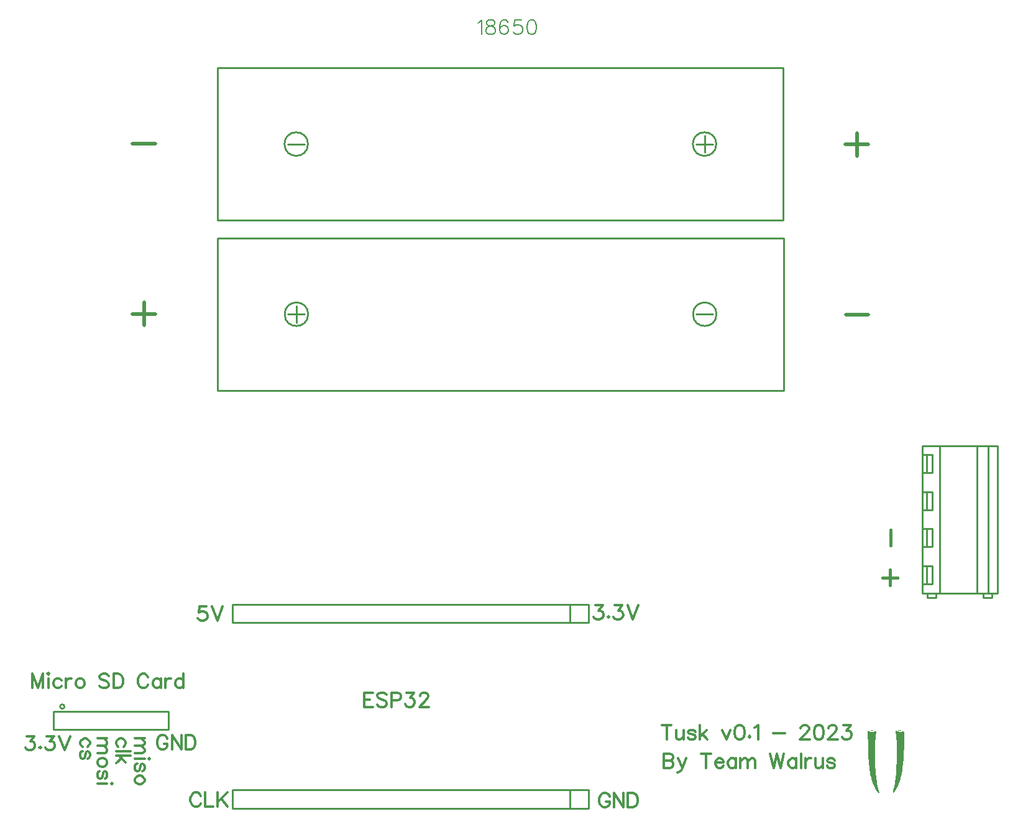
<source format=gto>
G04 Layer: TopSilkscreenLayer*
G04 EasyEDA v6.5.22, 2023-02-22 15:15:05*
G04 640daacfa6c848ee808a15bd8ce7c787,ef4dac4c239f4a7f90591e71bd1ece2f,10*
G04 Gerber Generator version 0.2*
G04 Scale: 100 percent, Rotated: No, Reflected: No *
G04 Dimensions in inches *
G04 leading zeros omitted , absolute positions ,3 integer and 6 decimal *
%FSLAX36Y36*%
%MOIN*%

%ADD10C,0.0120*%
%ADD11C,0.0080*%
%ADD12C,0.0150*%
%ADD13C,0.0200*%
%ADD14C,0.0100*%
%ADD15C,0.0133*%

%LPD*%
G36*
X3482320Y-245280D02*
G01*
X3478039Y-245400D01*
X3475580Y-245720D01*
X3475140Y-246160D01*
X3476900Y-246700D01*
X3480059Y-247120D01*
X3483480Y-247240D01*
X3486720Y-247079D01*
X3489400Y-246640D01*
X3490520Y-246080D01*
X3489560Y-245640D01*
X3486760Y-245360D01*
G37*
G36*
X3333920Y-245340D02*
G01*
X3329000Y-245440D01*
X3326040Y-245740D01*
X3325260Y-246160D01*
X3326880Y-246700D01*
X3330160Y-247120D01*
X3333900Y-247260D01*
X3337660Y-247120D01*
X3340940Y-246700D01*
X3342559Y-246160D01*
X3341780Y-245740D01*
X3338820Y-245440D01*
G37*
G36*
X3311259Y-247480D02*
G01*
X3313200Y-341960D01*
X3313600Y-355920D01*
X3314100Y-369360D01*
X3314700Y-382260D01*
X3315380Y-394640D01*
X3316180Y-406560D01*
X3317080Y-417980D01*
X3318080Y-428940D01*
X3319180Y-439480D01*
X3320400Y-449580D01*
X3321740Y-459280D01*
X3323180Y-468579D01*
X3325160Y-479680D01*
X3327320Y-490240D01*
X3329200Y-498300D01*
X3331720Y-507920D01*
X3333880Y-515300D01*
X3337380Y-525840D01*
X3340539Y-534180D01*
X3343220Y-540580D01*
X3346780Y-548280D01*
X3349480Y-553600D01*
X3351980Y-558080D01*
X3354540Y-562260D01*
X3357120Y-566120D01*
X3359660Y-569620D01*
X3362120Y-572720D01*
X3364460Y-575360D01*
X3366620Y-577540D01*
X3368560Y-579180D01*
X3370220Y-580240D01*
X3370940Y-580560D01*
X3371580Y-580700D01*
X3372120Y-580700D01*
X3372559Y-580540D01*
X3372900Y-580180D01*
X3373140Y-579660D01*
X3373260Y-578960D01*
X3373260Y-578080D01*
X3372860Y-575720D01*
X3371920Y-572560D01*
X3369900Y-567020D01*
X3368200Y-561580D01*
X3366560Y-555560D01*
X3364980Y-548960D01*
X3363480Y-541800D01*
X3362040Y-534160D01*
X3360680Y-526020D01*
X3359080Y-515240D01*
X3357900Y-506160D01*
X3356780Y-496700D01*
X3354800Y-476800D01*
X3353340Y-458480D01*
X3352300Y-442260D01*
X3351720Y-431220D01*
X3350820Y-408760D01*
X3350460Y-394560D01*
X3350200Y-371760D01*
X3350260Y-354739D01*
X3350500Y-340700D01*
X3350899Y-326860D01*
X3351460Y-313260D01*
X3352040Y-302600D01*
X3352900Y-289620D01*
X3353960Y-277080D01*
X3356720Y-250219D01*
X3342980Y-252260D01*
X3339960Y-252620D01*
X3336840Y-252820D01*
X3333700Y-252860D01*
X3330600Y-252740D01*
X3327620Y-252480D01*
X3324840Y-252100D01*
X3322360Y-251560D01*
X3320240Y-250900D01*
G37*
G36*
X3461920Y-248260D02*
G01*
X3464920Y-280600D01*
X3465640Y-290100D01*
X3466240Y-299940D01*
X3467140Y-320540D01*
X3467540Y-336640D01*
X3467740Y-355920D01*
X3467679Y-369920D01*
X3467500Y-384060D01*
X3467100Y-401060D01*
X3466240Y-423640D01*
X3465680Y-434799D01*
X3464320Y-456680D01*
X3462420Y-480300D01*
X3460920Y-495280D01*
X3459840Y-504840D01*
X3458399Y-516260D01*
X3457160Y-524920D01*
X3455860Y-533120D01*
X3454480Y-540840D01*
X3453060Y-548020D01*
X3451560Y-554640D01*
X3448540Y-566300D01*
X3447520Y-570960D01*
X3446940Y-574660D01*
X3446820Y-576140D01*
X3446820Y-577380D01*
X3446920Y-578400D01*
X3447140Y-579160D01*
X3447480Y-579660D01*
X3447919Y-579940D01*
X3448500Y-579980D01*
X3449160Y-579780D01*
X3449960Y-579320D01*
X3450860Y-578640D01*
X3453020Y-576520D01*
X3455640Y-573460D01*
X3458720Y-569420D01*
X3462260Y-564420D01*
X3465400Y-559580D01*
X3468440Y-554460D01*
X3471340Y-549000D01*
X3474120Y-543240D01*
X3478060Y-533940D01*
X3481120Y-525580D01*
X3484020Y-516640D01*
X3486220Y-509060D01*
X3488800Y-499040D01*
X3490740Y-490560D01*
X3492580Y-481680D01*
X3494320Y-472340D01*
X3495940Y-462580D01*
X3497480Y-452360D01*
X3498900Y-441680D01*
X3500240Y-430520D01*
X3501500Y-418880D01*
X3502640Y-406740D01*
X3503700Y-394099D01*
X3504680Y-380920D01*
X3505580Y-367220D01*
X3507120Y-338200D01*
X3507820Y-321180D01*
X3508480Y-301480D01*
X3508740Y-285540D01*
X3508700Y-278900D01*
X3508540Y-273060D01*
X3508260Y-268020D01*
X3507860Y-263700D01*
X3507300Y-260060D01*
X3506600Y-257079D01*
X3505760Y-254720D01*
X3504740Y-252920D01*
X3504180Y-252220D01*
X3503580Y-251660D01*
X3502919Y-251200D01*
X3502240Y-250859D01*
X3501500Y-250640D01*
X3500720Y-250520D01*
X3499020Y-250560D01*
X3497120Y-250980D01*
X3493700Y-252040D01*
X3491220Y-252560D01*
X3488660Y-252880D01*
X3486019Y-253000D01*
X3483279Y-252900D01*
X3480419Y-252600D01*
X3477460Y-252100D01*
X3474340Y-251400D01*
G37*
D10*
X2233582Y-217613D02*
G01*
X2233582Y-293913D01*
X2208082Y-217613D02*
G01*
X2258982Y-217613D01*
X2282982Y-243013D02*
G01*
X2282982Y-279413D01*
X2286682Y-290313D01*
X2293982Y-293913D01*
X2304882Y-293913D01*
X2312082Y-290313D01*
X2322982Y-279413D01*
X2322982Y-243013D02*
G01*
X2322982Y-293913D01*
X2386982Y-253913D02*
G01*
X2383382Y-246713D01*
X2372482Y-243013D01*
X2361582Y-243013D01*
X2350682Y-246713D01*
X2346982Y-253913D01*
X2350682Y-261213D01*
X2357982Y-264813D01*
X2376082Y-268514D01*
X2383382Y-272113D01*
X2386982Y-279413D01*
X2386982Y-283013D01*
X2383382Y-290313D01*
X2372482Y-293913D01*
X2361582Y-293913D01*
X2350682Y-290313D01*
X2346982Y-283013D01*
X2410982Y-217613D02*
G01*
X2410982Y-293913D01*
X2447382Y-243013D02*
G01*
X2410982Y-279413D01*
X2425582Y-264813D02*
G01*
X2450982Y-293913D01*
X2530982Y-243013D02*
G01*
X2552882Y-293913D01*
X2574682Y-243013D02*
G01*
X2552882Y-293913D01*
X2620482Y-217613D02*
G01*
X2609582Y-221213D01*
X2602282Y-232113D01*
X2598682Y-250313D01*
X2598682Y-261213D01*
X2602282Y-279413D01*
X2609582Y-290313D01*
X2620482Y-293913D01*
X2627782Y-293913D01*
X2638682Y-290313D01*
X2645982Y-279413D01*
X2649582Y-261213D01*
X2649582Y-250313D01*
X2645982Y-232113D01*
X2638682Y-221213D01*
X2627782Y-217613D01*
X2620482Y-217613D01*
X2677182Y-275713D02*
G01*
X2673582Y-279413D01*
X2677182Y-283013D01*
X2680882Y-279413D01*
X2677182Y-275713D01*
X2704882Y-232113D02*
G01*
X2712082Y-228514D01*
X2722982Y-217613D01*
X2722982Y-293913D01*
X2802982Y-261213D02*
G01*
X2868482Y-261213D01*
X2952082Y-235713D02*
G01*
X2952082Y-232113D01*
X2955782Y-224813D01*
X2959382Y-221213D01*
X2966682Y-217613D01*
X2981182Y-217613D01*
X2988482Y-221213D01*
X2992082Y-224813D01*
X2995782Y-232113D01*
X2995782Y-239413D01*
X2992082Y-246713D01*
X2984882Y-257613D01*
X2948482Y-293913D01*
X2999382Y-293913D01*
X3045182Y-217613D02*
G01*
X3034282Y-221213D01*
X3026982Y-232113D01*
X3023382Y-250313D01*
X3023382Y-261213D01*
X3026982Y-279413D01*
X3034282Y-290313D01*
X3045182Y-293913D01*
X3052482Y-293913D01*
X3063382Y-290313D01*
X3070682Y-279413D01*
X3074282Y-261213D01*
X3074282Y-250313D01*
X3070682Y-232113D01*
X3063382Y-221213D01*
X3052482Y-217613D01*
X3045182Y-217613D01*
X3101982Y-235713D02*
G01*
X3101982Y-232113D01*
X3105582Y-224813D01*
X3109182Y-221213D01*
X3116482Y-217613D01*
X3130982Y-217613D01*
X3138282Y-221213D01*
X3141982Y-224813D01*
X3145582Y-232113D01*
X3145582Y-239413D01*
X3141982Y-246713D01*
X3134682Y-257613D01*
X3098282Y-293913D01*
X3149182Y-293913D01*
X3180482Y-217613D02*
G01*
X3220482Y-217613D01*
X3198682Y-246713D01*
X3209582Y-246713D01*
X3216882Y-250313D01*
X3220482Y-253913D01*
X3224082Y-264813D01*
X3224082Y-272113D01*
X3220482Y-283013D01*
X3213182Y-290313D01*
X3202282Y-293913D01*
X3191382Y-293913D01*
X3180482Y-290313D01*
X3176882Y-286713D01*
X3173182Y-279413D01*
D11*
X1221040Y3547200D02*
G01*
X1228240Y3550800D01*
X1239140Y3561700D01*
X1239140Y3485399D01*
X1281340Y3561700D02*
G01*
X1270440Y3558100D01*
X1266840Y3550800D01*
X1266840Y3543500D01*
X1270440Y3536300D01*
X1277740Y3532600D01*
X1292240Y3529000D01*
X1303140Y3525399D01*
X1310440Y3518100D01*
X1314140Y3510800D01*
X1314140Y3499900D01*
X1310440Y3492600D01*
X1306840Y3489000D01*
X1295940Y3485399D01*
X1281340Y3485399D01*
X1270440Y3489000D01*
X1266840Y3492600D01*
X1263140Y3499900D01*
X1263140Y3510800D01*
X1266840Y3518100D01*
X1274140Y3525399D01*
X1285040Y3529000D01*
X1299540Y3532600D01*
X1306840Y3536300D01*
X1310440Y3543500D01*
X1310440Y3550800D01*
X1306840Y3558100D01*
X1295940Y3561700D01*
X1281340Y3561700D01*
X1381740Y3550800D02*
G01*
X1378140Y3558100D01*
X1367140Y3561700D01*
X1359940Y3561700D01*
X1349040Y3558100D01*
X1341740Y3547200D01*
X1338140Y3529000D01*
X1338140Y3510800D01*
X1341740Y3496300D01*
X1349040Y3489000D01*
X1359940Y3485399D01*
X1363540Y3485399D01*
X1374440Y3489000D01*
X1381740Y3496300D01*
X1385340Y3507200D01*
X1385340Y3510800D01*
X1381740Y3521700D01*
X1374440Y3529000D01*
X1363540Y3532600D01*
X1359940Y3532600D01*
X1349040Y3529000D01*
X1341740Y3521700D01*
X1338140Y3510800D01*
X1453040Y3561700D02*
G01*
X1416640Y3561700D01*
X1413040Y3529000D01*
X1416640Y3532600D01*
X1427540Y3536300D01*
X1438440Y3536300D01*
X1449340Y3532600D01*
X1456640Y3525399D01*
X1460240Y3514500D01*
X1460240Y3507200D01*
X1456640Y3496300D01*
X1449340Y3489000D01*
X1438440Y3485399D01*
X1427540Y3485399D01*
X1416640Y3489000D01*
X1413040Y3492600D01*
X1409340Y3499900D01*
X1506140Y3561700D02*
G01*
X1495140Y3558100D01*
X1487940Y3547200D01*
X1484240Y3529000D01*
X1484240Y3518100D01*
X1487940Y3499900D01*
X1495140Y3489000D01*
X1506140Y3485399D01*
X1513340Y3485399D01*
X1524240Y3489000D01*
X1531540Y3499900D01*
X1535140Y3518100D01*
X1535140Y3529000D01*
X1531540Y3547200D01*
X1524240Y3558100D01*
X1513340Y3561700D01*
X1506140Y3561700D01*
D12*
X3432600Y747040D02*
G01*
X3432600Y828840D01*
X3430940Y614300D02*
G01*
X3430940Y532500D01*
X3390040Y573400D02*
G01*
X3471840Y573400D01*
D10*
X2216040Y-370299D02*
G01*
X2216040Y-446599D01*
X2216040Y-370299D02*
G01*
X2248740Y-370299D01*
X2259640Y-373899D01*
X2263240Y-377500D01*
X2266940Y-384800D01*
X2266940Y-392100D01*
X2263240Y-399399D01*
X2259640Y-402999D01*
X2248740Y-406599D01*
X2216040Y-406599D02*
G01*
X2248740Y-406599D01*
X2259640Y-410299D01*
X2263240Y-413899D01*
X2266940Y-421199D01*
X2266940Y-432100D01*
X2263240Y-439399D01*
X2259640Y-442999D01*
X2248740Y-446599D01*
X2216040Y-446599D01*
X2294540Y-395699D02*
G01*
X2316340Y-446599D01*
X2338140Y-395699D02*
G01*
X2316340Y-446599D01*
X2309140Y-461199D01*
X2301840Y-468499D01*
X2294540Y-472100D01*
X2290940Y-472100D01*
X2443640Y-370299D02*
G01*
X2443640Y-446599D01*
X2418140Y-370299D02*
G01*
X2469140Y-370299D01*
X2493140Y-417500D02*
G01*
X2536740Y-417500D01*
X2536740Y-410299D01*
X2533140Y-402999D01*
X2529440Y-399399D01*
X2522140Y-395699D01*
X2511240Y-395699D01*
X2504040Y-399399D01*
X2496740Y-406599D01*
X2493140Y-417500D01*
X2493140Y-424800D01*
X2496740Y-435699D01*
X2504040Y-442999D01*
X2511240Y-446599D01*
X2522140Y-446599D01*
X2529440Y-442999D01*
X2536740Y-435699D01*
X2604340Y-395699D02*
G01*
X2604340Y-446599D01*
X2604340Y-406599D02*
G01*
X2597140Y-399399D01*
X2589840Y-395699D01*
X2578940Y-395699D01*
X2571640Y-399399D01*
X2564340Y-406599D01*
X2560740Y-417500D01*
X2560740Y-424800D01*
X2564340Y-435699D01*
X2571640Y-442999D01*
X2578940Y-446599D01*
X2589840Y-446599D01*
X2597140Y-442999D01*
X2604340Y-435699D01*
X2628340Y-395699D02*
G01*
X2628340Y-446599D01*
X2628340Y-410299D02*
G01*
X2639240Y-399399D01*
X2646540Y-395699D01*
X2657440Y-395699D01*
X2664740Y-399399D01*
X2668340Y-410299D01*
X2668340Y-446599D01*
X2668340Y-410299D02*
G01*
X2679240Y-399399D01*
X2686540Y-395699D01*
X2697440Y-395699D01*
X2704740Y-399399D01*
X2708340Y-410299D01*
X2708340Y-446599D01*
X2788340Y-370299D02*
G01*
X2806540Y-446599D01*
X2824740Y-370299D02*
G01*
X2806540Y-446599D01*
X2824740Y-370299D02*
G01*
X2842940Y-446599D01*
X2861140Y-370299D02*
G01*
X2842940Y-446599D01*
X2928740Y-395699D02*
G01*
X2928740Y-446599D01*
X2928740Y-406599D02*
G01*
X2921440Y-399399D01*
X2914140Y-395699D01*
X2903240Y-395699D01*
X2896040Y-399399D01*
X2888740Y-406599D01*
X2885140Y-417500D01*
X2885140Y-424800D01*
X2888740Y-435699D01*
X2896040Y-442999D01*
X2903240Y-446599D01*
X2914140Y-446599D01*
X2921440Y-442999D01*
X2928740Y-435699D01*
X2952740Y-370299D02*
G01*
X2952740Y-446599D01*
X2976740Y-395699D02*
G01*
X2976740Y-446599D01*
X2976740Y-417500D02*
G01*
X2980340Y-406599D01*
X2987640Y-399399D01*
X2994940Y-395699D01*
X3005840Y-395699D01*
X3029840Y-395699D02*
G01*
X3029840Y-432100D01*
X3033440Y-442999D01*
X3040740Y-446599D01*
X3051640Y-446599D01*
X3058940Y-442999D01*
X3069840Y-432100D01*
X3069840Y-395699D02*
G01*
X3069840Y-446599D01*
X3133840Y-406599D02*
G01*
X3130140Y-399399D01*
X3119240Y-395699D01*
X3108340Y-395699D01*
X3097440Y-399399D01*
X3093840Y-406599D01*
X3097440Y-413899D01*
X3104740Y-417500D01*
X3122940Y-421199D01*
X3130140Y-424800D01*
X3133840Y-432100D01*
X3133840Y-435699D01*
X3130140Y-442999D01*
X3119240Y-446599D01*
X3108340Y-446599D01*
X3097440Y-442999D01*
X3093840Y-435699D01*
X1849240Y424700D02*
G01*
X1889240Y424700D01*
X1867440Y395600D01*
X1878340Y395600D01*
X1885640Y392000D01*
X1889240Y388400D01*
X1892940Y377500D01*
X1892940Y370199D01*
X1889240Y359300D01*
X1882040Y352000D01*
X1871140Y348400D01*
X1860140Y348400D01*
X1849240Y352000D01*
X1845640Y355600D01*
X1842040Y362899D01*
X1920540Y366500D02*
G01*
X1916940Y362899D01*
X1920540Y359300D01*
X1924140Y362899D01*
X1920540Y366500D01*
X1955440Y424700D02*
G01*
X1995440Y424700D01*
X1973640Y395600D01*
X1984540Y395600D01*
X1991840Y392000D01*
X1995440Y388400D01*
X1999140Y377500D01*
X1999140Y370199D01*
X1995440Y359300D01*
X1988140Y352000D01*
X1977240Y348400D01*
X1966340Y348400D01*
X1955440Y352000D01*
X1951840Y355600D01*
X1948140Y362899D01*
X2023140Y424700D02*
G01*
X2052140Y348400D01*
X2081240Y424700D02*
G01*
X2052140Y348400D01*
X1926542Y-599499D02*
G01*
X1922942Y-592199D01*
X1915642Y-584899D01*
X1908342Y-581299D01*
X1893842Y-581299D01*
X1886542Y-584899D01*
X1879242Y-592199D01*
X1875642Y-599499D01*
X1872042Y-610399D01*
X1872042Y-628499D01*
X1875642Y-639499D01*
X1879242Y-646699D01*
X1886542Y-653999D01*
X1893842Y-657599D01*
X1908342Y-657599D01*
X1915642Y-653999D01*
X1922942Y-646699D01*
X1926542Y-639499D01*
X1926542Y-628499D01*
X1908342Y-628499D02*
G01*
X1926542Y-628499D01*
X1950542Y-581299D02*
G01*
X1950542Y-657599D01*
X1950542Y-581299D02*
G01*
X2001442Y-657599D01*
X2001442Y-581299D02*
G01*
X2001442Y-657599D01*
X2025442Y-581299D02*
G01*
X2025442Y-657599D01*
X2025442Y-581299D02*
G01*
X2050942Y-581299D01*
X2061842Y-584899D01*
X2069142Y-592199D01*
X2072742Y-599499D01*
X2076342Y-610399D01*
X2076342Y-628499D01*
X2072742Y-639499D01*
X2069142Y-646699D01*
X2061842Y-653999D01*
X2050942Y-657599D01*
X2025442Y-657599D01*
X-237359Y417699D02*
G01*
X-273759Y417699D01*
X-277359Y385000D01*
X-273759Y388600D01*
X-262859Y392300D01*
X-251859Y392300D01*
X-240959Y388600D01*
X-233759Y381400D01*
X-230059Y370500D01*
X-230059Y363200D01*
X-233759Y352300D01*
X-240959Y345000D01*
X-251859Y341400D01*
X-262859Y341400D01*
X-273759Y345000D01*
X-277359Y348600D01*
X-280959Y355900D01*
X-206059Y417699D02*
G01*
X-176959Y341400D01*
X-147859Y417699D02*
G01*
X-176959Y341400D01*
X-266457Y-596499D02*
G01*
X-270057Y-589199D01*
X-277357Y-581899D01*
X-284657Y-578299D01*
X-299157Y-578299D01*
X-306457Y-581899D01*
X-313757Y-589199D01*
X-317357Y-596499D01*
X-320957Y-607399D01*
X-320957Y-625499D01*
X-317357Y-636499D01*
X-313757Y-643699D01*
X-306457Y-650999D01*
X-299157Y-654600D01*
X-284657Y-654600D01*
X-277357Y-650999D01*
X-270057Y-643699D01*
X-266457Y-636499D01*
X-242457Y-578299D02*
G01*
X-242457Y-654600D01*
X-242457Y-654600D02*
G01*
X-198857Y-654600D01*
X-174857Y-578299D02*
G01*
X-174857Y-654600D01*
X-123857Y-578299D02*
G01*
X-174857Y-629199D01*
X-156657Y-610999D02*
G01*
X-123857Y-654600D01*
X610038Y-43299D02*
G01*
X610038Y-119600D01*
X610038Y-43299D02*
G01*
X657238Y-43299D01*
X610038Y-79600D02*
G01*
X639138Y-79600D01*
X610038Y-119600D02*
G01*
X657238Y-119600D01*
X732138Y-54199D02*
G01*
X724938Y-46899D01*
X714038Y-43299D01*
X699438Y-43299D01*
X688538Y-46899D01*
X681238Y-54199D01*
X681238Y-61499D01*
X684938Y-68699D01*
X688538Y-72399D01*
X695838Y-75999D01*
X717638Y-83299D01*
X724938Y-86899D01*
X728538Y-90499D01*
X732138Y-97799D01*
X732138Y-108699D01*
X724938Y-115999D01*
X714038Y-119600D01*
X699438Y-119600D01*
X688538Y-115999D01*
X681238Y-108699D01*
X756138Y-43299D02*
G01*
X756138Y-119600D01*
X756138Y-43299D02*
G01*
X788938Y-43299D01*
X799838Y-46899D01*
X803438Y-50499D01*
X807138Y-57799D01*
X807138Y-68699D01*
X803438Y-75999D01*
X799838Y-79600D01*
X788938Y-83299D01*
X756138Y-83299D01*
X838338Y-43299D02*
G01*
X878338Y-43299D01*
X856538Y-72399D01*
X867438Y-72399D01*
X874738Y-75999D01*
X878338Y-79600D01*
X882038Y-90499D01*
X882038Y-97799D01*
X878338Y-108699D01*
X871138Y-115999D01*
X860138Y-119600D01*
X849238Y-119600D01*
X838338Y-115999D01*
X834738Y-112399D01*
X831138Y-105099D01*
X909638Y-61499D02*
G01*
X909638Y-57799D01*
X913238Y-50499D01*
X916938Y-46899D01*
X924138Y-43299D01*
X938738Y-43299D01*
X946038Y-46899D01*
X949638Y-50499D01*
X953238Y-57799D01*
X953238Y-65099D01*
X949638Y-72399D01*
X942338Y-83299D01*
X906038Y-119600D01*
X956938Y-119600D01*
X-1169959Y57699D02*
G01*
X-1169959Y-18599D01*
X-1169959Y57699D02*
G01*
X-1140859Y-18599D01*
X-1111859Y57699D02*
G01*
X-1140859Y-18599D01*
X-1111859Y57699D02*
G01*
X-1111859Y-18599D01*
X-1087859Y57699D02*
G01*
X-1084159Y54100D01*
X-1080559Y57699D01*
X-1084159Y61400D01*
X-1087859Y57699D01*
X-1084159Y32300D02*
G01*
X-1084159Y-18599D01*
X-1012859Y21400D02*
G01*
X-1020159Y28600D01*
X-1027459Y32300D01*
X-1038359Y32300D01*
X-1045659Y28600D01*
X-1052859Y21400D01*
X-1056559Y10500D01*
X-1056559Y3200D01*
X-1052859Y-7699D01*
X-1045659Y-15000D01*
X-1038359Y-18599D01*
X-1027459Y-18599D01*
X-1020159Y-15000D01*
X-1012859Y-7699D01*
X-988859Y32300D02*
G01*
X-988859Y-18599D01*
X-988859Y10500D02*
G01*
X-985259Y21400D01*
X-977959Y28600D01*
X-970759Y32300D01*
X-959859Y32300D01*
X-917659Y32300D02*
G01*
X-924859Y28600D01*
X-932159Y21400D01*
X-935859Y10500D01*
X-935859Y3200D01*
X-932159Y-7699D01*
X-924859Y-15000D01*
X-917659Y-18599D01*
X-906759Y-18599D01*
X-899459Y-15000D01*
X-892159Y-7699D01*
X-888559Y3200D01*
X-888559Y10500D01*
X-892159Y21400D01*
X-899459Y28600D01*
X-906759Y32300D01*
X-917659Y32300D01*
X-757659Y46800D02*
G01*
X-764859Y54100D01*
X-775859Y57699D01*
X-790359Y57699D01*
X-801259Y54100D01*
X-808559Y46800D01*
X-808559Y39500D01*
X-804859Y32300D01*
X-801259Y28600D01*
X-793959Y25000D01*
X-772159Y17699D01*
X-764859Y14100D01*
X-761259Y10500D01*
X-757659Y3200D01*
X-757659Y-7699D01*
X-764859Y-15000D01*
X-775859Y-18599D01*
X-790359Y-18599D01*
X-801259Y-15000D01*
X-808559Y-7699D01*
X-733659Y57699D02*
G01*
X-733659Y-18599D01*
X-733659Y57699D02*
G01*
X-708159Y57699D01*
X-697259Y54100D01*
X-689959Y46800D01*
X-686359Y39500D01*
X-682759Y28600D01*
X-682759Y10500D01*
X-686359Y-499D01*
X-689959Y-7699D01*
X-697259Y-15000D01*
X-708159Y-18599D01*
X-733659Y-18599D01*
X-548159Y39500D02*
G01*
X-551859Y46800D01*
X-559059Y54100D01*
X-566359Y57699D01*
X-580859Y57699D01*
X-588159Y54100D01*
X-595459Y46800D01*
X-599059Y39500D01*
X-602759Y28600D01*
X-602759Y10500D01*
X-599059Y-499D01*
X-595459Y-7699D01*
X-588159Y-15000D01*
X-580859Y-18599D01*
X-566359Y-18599D01*
X-559059Y-15000D01*
X-551859Y-7699D01*
X-548159Y-499D01*
X-480559Y32300D02*
G01*
X-480559Y-18599D01*
X-480559Y21400D02*
G01*
X-487859Y28600D01*
X-495059Y32300D01*
X-505959Y32300D01*
X-513259Y28600D01*
X-520559Y21400D01*
X-524159Y10500D01*
X-524159Y3200D01*
X-520559Y-7699D01*
X-513259Y-15000D01*
X-505959Y-18599D01*
X-495059Y-18599D01*
X-487859Y-15000D01*
X-480559Y-7699D01*
X-456559Y32300D02*
G01*
X-456559Y-18599D01*
X-456559Y10500D02*
G01*
X-452859Y21400D01*
X-445659Y28600D01*
X-438359Y32300D01*
X-427459Y32300D01*
X-359859Y57699D02*
G01*
X-359859Y-18599D01*
X-359859Y21400D02*
G01*
X-367059Y28600D01*
X-374359Y32300D01*
X-385259Y32300D01*
X-392559Y28600D01*
X-399859Y21400D01*
X-403459Y10500D01*
X-403459Y3200D01*
X-399859Y-7699D01*
X-392559Y-15000D01*
X-385259Y-18599D01*
X-374359Y-18599D01*
X-367059Y-15000D01*
X-359859Y-7699D01*
X-1198758Y-276087D02*
G01*
X-1158758Y-276087D01*
X-1180558Y-305187D01*
X-1169658Y-305187D01*
X-1162358Y-308787D01*
X-1158758Y-312387D01*
X-1155058Y-323287D01*
X-1155058Y-330587D01*
X-1158758Y-341487D01*
X-1165958Y-348787D01*
X-1176858Y-352387D01*
X-1187858Y-352387D01*
X-1198758Y-348787D01*
X-1202358Y-345187D01*
X-1205958Y-337887D01*
X-1127458Y-334287D02*
G01*
X-1131058Y-337887D01*
X-1127458Y-341487D01*
X-1123858Y-337887D01*
X-1127458Y-334287D01*
X-1092558Y-276087D02*
G01*
X-1052558Y-276087D01*
X-1074358Y-305187D01*
X-1063458Y-305187D01*
X-1056158Y-308787D01*
X-1052558Y-312387D01*
X-1048858Y-323287D01*
X-1048858Y-330587D01*
X-1052558Y-341487D01*
X-1059858Y-348787D01*
X-1070758Y-352387D01*
X-1081658Y-352387D01*
X-1092558Y-348787D01*
X-1096158Y-345187D01*
X-1099858Y-337887D01*
X-1024858Y-276087D02*
G01*
X-995858Y-352387D01*
X-966758Y-276087D02*
G01*
X-995858Y-352387D01*
X-444459Y-289499D02*
G01*
X-448059Y-282199D01*
X-455359Y-274899D01*
X-462659Y-271299D01*
X-477159Y-271299D01*
X-484459Y-274899D01*
X-491759Y-282199D01*
X-495359Y-289499D01*
X-498959Y-300399D01*
X-498959Y-318499D01*
X-495359Y-329499D01*
X-491759Y-336699D01*
X-484459Y-343999D01*
X-477159Y-347599D01*
X-462659Y-347599D01*
X-455359Y-343999D01*
X-448059Y-336699D01*
X-444459Y-329499D01*
X-444459Y-318499D01*
X-462659Y-318499D02*
G01*
X-444459Y-318499D01*
X-420459Y-271299D02*
G01*
X-420459Y-347599D01*
X-420459Y-271299D02*
G01*
X-369559Y-347599D01*
X-369559Y-271299D02*
G01*
X-369559Y-347599D01*
X-345559Y-271299D02*
G01*
X-345559Y-347599D01*
X-345559Y-271299D02*
G01*
X-320059Y-271299D01*
X-309159Y-274899D01*
X-301859Y-282199D01*
X-298259Y-289499D01*
X-294659Y-300399D01*
X-294659Y-318499D01*
X-298259Y-329499D01*
X-301859Y-336699D01*
X-309159Y-343999D01*
X-320059Y-347599D01*
X-345559Y-347599D01*
X-871599Y-332639D02*
G01*
X-864399Y-325339D01*
X-860699Y-318139D01*
X-860699Y-307139D01*
X-864399Y-299939D01*
X-871599Y-292639D01*
X-882499Y-289039D01*
X-889799Y-289039D01*
X-900699Y-292639D01*
X-907999Y-299939D01*
X-911599Y-307139D01*
X-911599Y-318139D01*
X-907999Y-325339D01*
X-900699Y-332639D01*
X-871599Y-396639D02*
G01*
X-864399Y-393039D01*
X-860699Y-382139D01*
X-860699Y-371140D01*
X-864399Y-360239D01*
X-871599Y-356639D01*
X-878899Y-360239D01*
X-882499Y-367539D01*
X-886199Y-385739D01*
X-889799Y-393039D01*
X-897099Y-396639D01*
X-900699Y-396639D01*
X-907999Y-393039D01*
X-911599Y-382139D01*
X-911599Y-371140D01*
X-907999Y-360239D01*
X-900699Y-356639D01*
X-768032Y-288972D02*
G01*
X-818932Y-288972D01*
X-782632Y-288972D02*
G01*
X-771732Y-299872D01*
X-768032Y-307172D01*
X-768032Y-318072D01*
X-771732Y-325372D01*
X-782632Y-328972D01*
X-818932Y-328972D01*
X-782632Y-328972D02*
G01*
X-771732Y-339872D01*
X-768032Y-347172D01*
X-768032Y-358072D01*
X-771732Y-365372D01*
X-782632Y-368972D01*
X-818932Y-368972D01*
X-768032Y-411172D02*
G01*
X-771732Y-403872D01*
X-778932Y-396672D01*
X-789832Y-392972D01*
X-797132Y-392972D01*
X-808032Y-396672D01*
X-815332Y-403872D01*
X-818932Y-411172D01*
X-818932Y-422073D01*
X-815332Y-429372D01*
X-808032Y-436672D01*
X-797132Y-440272D01*
X-789832Y-440272D01*
X-778932Y-436672D01*
X-771732Y-429372D01*
X-768032Y-422073D01*
X-768032Y-411172D01*
X-778932Y-504272D02*
G01*
X-771732Y-500672D01*
X-768032Y-489773D01*
X-768032Y-478772D01*
X-771732Y-467872D01*
X-778932Y-464272D01*
X-786232Y-467872D01*
X-789832Y-475172D01*
X-793532Y-493372D01*
X-797132Y-500672D01*
X-804432Y-504272D01*
X-808032Y-504272D01*
X-815332Y-500672D01*
X-818932Y-489773D01*
X-818932Y-478772D01*
X-815332Y-467872D01*
X-808032Y-464272D01*
X-742632Y-528272D02*
G01*
X-746232Y-531872D01*
X-742632Y-535572D01*
X-738932Y-531872D01*
X-742632Y-528272D01*
X-768032Y-531872D02*
G01*
X-818932Y-531872D01*
X-679599Y-332639D02*
G01*
X-672399Y-325339D01*
X-668699Y-318139D01*
X-668699Y-307139D01*
X-672399Y-299939D01*
X-679599Y-292639D01*
X-690499Y-289039D01*
X-697799Y-289039D01*
X-708699Y-292639D01*
X-715999Y-299939D01*
X-719599Y-307139D01*
X-719599Y-318139D01*
X-715999Y-325339D01*
X-708699Y-332639D01*
X-643299Y-356639D02*
G01*
X-719599Y-356639D01*
X-643299Y-380639D02*
G01*
X-719599Y-380639D01*
X-668699Y-417039D02*
G01*
X-705099Y-380639D01*
X-690499Y-395139D02*
G01*
X-719599Y-420639D01*
X-567366Y-289006D02*
G01*
X-618266Y-289006D01*
X-581966Y-289006D02*
G01*
X-571066Y-299906D01*
X-567366Y-307206D01*
X-567366Y-318107D01*
X-571066Y-325407D01*
X-581966Y-329006D01*
X-618266Y-329006D01*
X-581966Y-329006D02*
G01*
X-571066Y-339906D01*
X-567366Y-347206D01*
X-567366Y-358107D01*
X-571066Y-365407D01*
X-581966Y-369006D01*
X-618266Y-369006D01*
X-541966Y-393006D02*
G01*
X-545566Y-396606D01*
X-541966Y-400306D01*
X-538266Y-396606D01*
X-541966Y-393006D01*
X-567366Y-396606D02*
G01*
X-618266Y-396606D01*
X-578266Y-464306D02*
G01*
X-571066Y-460607D01*
X-567366Y-449706D01*
X-567366Y-438806D01*
X-571066Y-427907D01*
X-578266Y-424306D01*
X-585566Y-427907D01*
X-589166Y-435207D01*
X-592866Y-453406D01*
X-596466Y-460607D01*
X-603766Y-464306D01*
X-607366Y-464306D01*
X-614666Y-460607D01*
X-618266Y-449706D01*
X-618266Y-438806D01*
X-614666Y-427907D01*
X-607366Y-424306D01*
X-567366Y-506406D02*
G01*
X-571066Y-499206D01*
X-578266Y-491906D01*
X-589166Y-488306D01*
X-596466Y-488306D01*
X-607366Y-491906D01*
X-614666Y-499206D01*
X-618266Y-506406D01*
X-618266Y-517406D01*
X-614666Y-524606D01*
X-607366Y-531906D01*
X-596466Y-535506D01*
X-589166Y-535506D01*
X-578266Y-531906D01*
X-571066Y-524606D01*
X-567366Y-517406D01*
X-567366Y-506406D01*
D13*
X3315519Y1983261D02*
G01*
X3192792Y1983261D01*
X3253198Y2833912D02*
G01*
X3253198Y2956612D01*
X3314498Y2895212D02*
G01*
X3191798Y2895212D01*
X-632518Y2898739D02*
G01*
X-509791Y2898739D01*
X-570159Y2048100D02*
G01*
X-570159Y1925399D01*
X-631559Y1986700D02*
G01*
X-508759Y1986700D01*
D14*
X-1056053Y-157566D02*
G01*
X-1056053Y-143787D01*
X-437944Y-143787D01*
X-437944Y-242211D01*
X-1056053Y-242211D01*
X-1056053Y-155598D01*
X-95725Y430211D02*
G01*
X-95725Y331787D01*
X1813722Y430212D02*
G01*
X-95725Y430212D01*
X1813722Y331787D02*
G01*
X-95725Y331787D01*
X1712618Y331787D02*
G01*
X1712618Y430211D01*
X1813722Y430211D02*
G01*
X1813722Y331787D01*
X-95723Y-564786D02*
G01*
X-95723Y-663210D01*
X1813724Y-564785D02*
G01*
X-95723Y-564785D01*
X1813724Y-663210D02*
G01*
X-95723Y-663210D01*
X1712620Y-663210D02*
G01*
X1712620Y-564786D01*
X1813724Y-564786D02*
G01*
X1813724Y-663210D01*
X3603087Y489724D02*
G01*
X3603087Y1280276D01*
X3603087Y489724D02*
G01*
X4008598Y489724D01*
X4008598Y489724D02*
G01*
X4008598Y1280276D01*
X3603087Y1280276D02*
G01*
X4008598Y1280276D01*
X3696000Y489724D02*
G01*
X3696000Y1280276D01*
X3896083Y489724D02*
G01*
X3896083Y1280276D01*
X3630949Y465000D02*
G01*
X3630949Y488623D01*
X3677763Y465000D02*
G01*
X3630949Y465000D01*
X3677763Y488623D02*
G01*
X3677763Y465000D01*
X3976000Y465000D02*
G01*
X3930949Y465000D01*
X3930949Y488623D01*
X3976000Y488623D02*
G01*
X3976000Y465000D01*
X3603087Y537768D02*
G01*
X3656000Y537768D01*
X3656000Y635000D01*
X3603087Y635000D01*
X3628793Y537768D02*
G01*
X3628793Y635000D01*
X3603087Y737756D02*
G01*
X3656000Y737756D01*
X3656000Y834988D01*
X3603087Y834988D01*
X3628793Y737757D02*
G01*
X3628793Y834988D01*
X3603087Y737757D02*
G01*
X3656000Y737757D01*
X3656000Y834988D02*
G01*
X3603087Y834988D01*
X3956508Y489724D02*
G01*
X3956508Y1280276D01*
X3656000Y1233400D02*
G01*
X3603087Y1233400D01*
X3603087Y1136168D02*
G01*
X3656000Y1136168D01*
X3628793Y1136168D02*
G01*
X3628793Y1233400D01*
X3603087Y1136168D02*
G01*
X3656000Y1136168D01*
X3656000Y1233400D01*
X3603087Y1233400D01*
X3628793Y936181D02*
G01*
X3628793Y1033412D01*
X3603087Y936181D02*
G01*
X3656000Y936181D01*
X3656000Y1033412D01*
X3603087Y1033412D01*
X202000Y1985000D02*
G01*
X292000Y1985000D01*
X247000Y2030000D02*
G01*
X247000Y1940000D01*
X2392000Y1985000D02*
G01*
X2482000Y1985000D01*
X-175499Y1577500D02*
G01*
X-175499Y2392500D01*
X2859500Y2392500D01*
X2859500Y1577500D01*
X-175499Y1577500D01*
X2481000Y2897000D02*
G01*
X2391000Y2897000D01*
X2436000Y2852000D02*
G01*
X2436000Y2942000D01*
X291000Y2897000D02*
G01*
X201000Y2897000D01*
X2858500Y3304500D02*
G01*
X2858500Y2489500D01*
X-176499Y2489500D01*
X-176499Y3304500D01*
X2858500Y3304500D01*
G75*
G01
X-997000Y-118200D02*
G03X-997000Y-118200I-11810J0D01*
G75*
G01
X310000Y1985000D02*
G03X310000Y1985000I-63000J0D01*
G75*
G01
X2500000Y1985000D02*
G03X2500000Y1985000I-63000J0D01*
G75*
G01
X2499000Y2897000D02*
G03X2499000Y2897000I-63000J0D01*
G75*
G01
X309000Y2897000D02*
G03X309000Y2897000I-63000J0D01*
M02*

</source>
